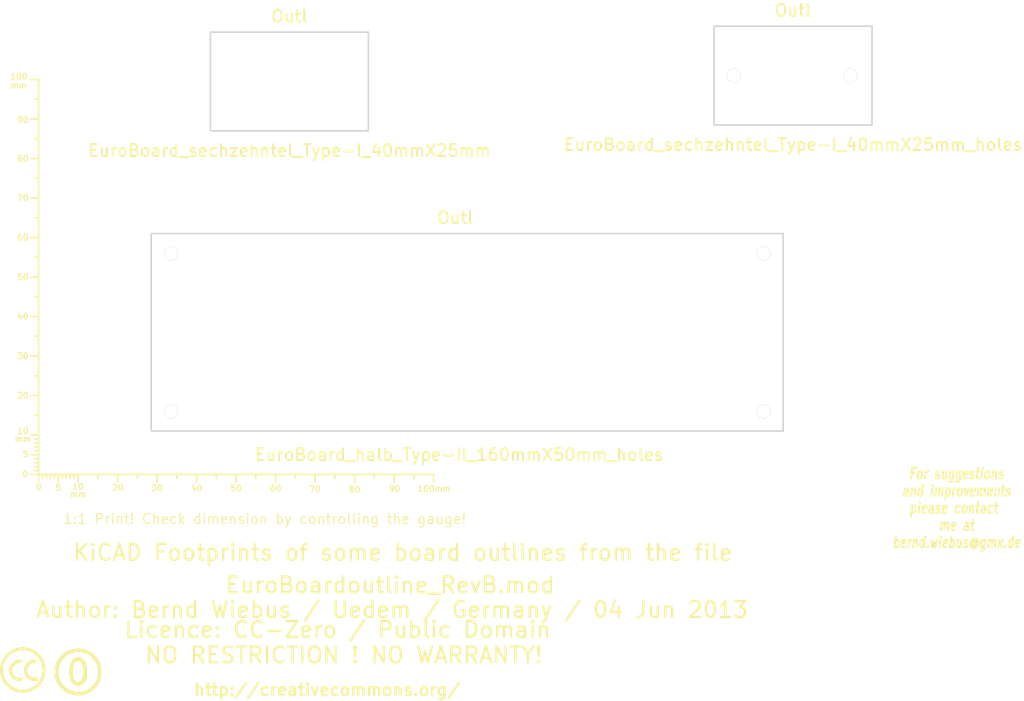
<source format=kicad_pcb>
(kicad_pcb (version 3) (host pcbnew "(2013-03-30 BZR 4007)-stable")

  (general
    (links 0)
    (no_connects 0)
    (area -16.90696 18.49676 289.893216 197.1694)
    (thickness 1.6002)
    (drawings 7)
    (tracks 0)
    (zones 0)
    (modules 6)
    (nets 1)
  )

  (page A4)
  (layers
    (15 Vorderseite signal)
    (0 Rückseite signal)
    (16 B.Adhes user)
    (17 F.Adhes user)
    (18 B.Paste user)
    (19 F.Paste user)
    (20 B.SilkS user)
    (21 F.SilkS user)
    (22 B.Mask user)
    (23 F.Mask user)
    (24 Dwgs.User user)
    (25 Cmts.User user)
    (26 Eco1.User user)
    (27 Eco2.User user)
    (28 Edge.Cuts user)
  )

  (setup
    (last_trace_width 0.2032)
    (trace_clearance 0.254)
    (zone_clearance 0.508)
    (zone_45_only no)
    (trace_min 0.2032)
    (segment_width 0.381)
    (edge_width 0.381)
    (via_size 0.889)
    (via_drill 0.635)
    (via_min_size 0.889)
    (via_min_drill 0.508)
    (uvia_size 0.508)
    (uvia_drill 0.127)
    (uvias_allowed no)
    (uvia_min_size 0.508)
    (uvia_min_drill 0.127)
    (pcb_text_width 0.3048)
    (pcb_text_size 1.524 2.032)
    (mod_edge_width 0.381)
    (mod_text_size 1.524 1.524)
    (mod_text_width 0.3048)
    (pad_size 1.524 1.524)
    (pad_drill 0.8128)
    (pad_to_mask_clearance 0.254)
    (aux_axis_origin 0 0)
    (visible_elements 7FFFFFFF)
    (pcbplotparams
      (layerselection 3178497)
      (usegerberextensions true)
      (excludeedgelayer true)
      (linewidth 60)
      (plotframeref false)
      (viasonmask false)
      (mode 1)
      (useauxorigin false)
      (hpglpennumber 1)
      (hpglpenspeed 20)
      (hpglpendiameter 15)
      (hpglpenoverlay 0)
      (psnegative false)
      (psa4output false)
      (plotreference true)
      (plotvalue true)
      (plotothertext true)
      (plotinvisibletext false)
      (padsonsilk false)
      (subtractmaskfromsilk false)
      (outputformat 1)
      (mirror false)
      (drillshape 1)
      (scaleselection 1)
      (outputdirectory ""))
  )

  (net 0 "")

  (net_class Default "Dies ist die voreingestellte Netzklasse."
    (clearance 0.254)
    (trace_width 0.2032)
    (via_dia 0.889)
    (via_drill 0.635)
    (uvia_dia 0.508)
    (uvia_drill 0.127)
    (add_net "")
  )

  (module Gauge_100mm_Type2_SilkScreenTop_RevA_Date22Jun2010 (layer Vorderseite) (tedit 4D963937) (tstamp 4D88F07A)
    (at 25 138)
    (descr "Gauge, Massstab, 100mm, SilkScreenTop, Type 2,")
    (tags "Gauge, Massstab, 100mm, SilkScreenTop, Type 2,")
    (path Gauge_100mm_Type2_SilkScreenTop_RevA_Date22Jun2010)
    (fp_text reference MSC (at 4.0005 8.99922) (layer F.SilkS) hide
      (effects (font (size 1.524 1.524) (thickness 0.3048)))
    )
    (fp_text value Gauge_100mm_Type2_SilkScreenTop_RevA_Date22Jun2010 (at 45.9994 8.99922) (layer F.SilkS) hide
      (effects (font (size 1.524 1.524) (thickness 0.3048)))
    )
    (fp_text user mm (at 9.99998 5.00126) (layer F.SilkS)
      (effects (font (size 1.524 1.524) (thickness 0.3048)))
    )
    (fp_text user mm (at -4.0005 -8.99922) (layer F.SilkS)
      (effects (font (size 1.524 1.524) (thickness 0.3048)))
    )
    (fp_text user mm (at -5.00126 -98.5012) (layer F.SilkS)
      (effects (font (size 1.524 1.524) (thickness 0.3048)))
    )
    (fp_text user 10 (at 10.00506 3.0988) (layer F.SilkS)
      (effects (font (size 1.50114 1.50114) (thickness 0.29972)))
    )
    (fp_text user 0 (at 0.00508 3.19786) (layer F.SilkS)
      (effects (font (size 1.39954 1.50114) (thickness 0.29972)))
    )
    (fp_text user 5 (at 5.0038 3.29946) (layer F.SilkS)
      (effects (font (size 1.50114 1.50114) (thickness 0.29972)))
    )
    (fp_text user 20 (at 20.1041 3.29946) (layer F.SilkS)
      (effects (font (size 1.50114 1.50114) (thickness 0.29972)))
    )
    (fp_text user 30 (at 30.00502 3.39852) (layer F.SilkS)
      (effects (font (size 1.50114 1.50114) (thickness 0.29972)))
    )
    (fp_text user 40 (at 40.005 3.50012) (layer F.SilkS)
      (effects (font (size 1.50114 1.50114) (thickness 0.29972)))
    )
    (fp_text user 50 (at 50.00498 3.50012) (layer F.SilkS)
      (effects (font (size 1.50114 1.50114) (thickness 0.29972)))
    )
    (fp_text user 60 (at 60.00496 3.50012) (layer F.SilkS)
      (effects (font (size 1.50114 1.50114) (thickness 0.29972)))
    )
    (fp_text user 70 (at 70.00494 3.70078) (layer F.SilkS)
      (effects (font (size 1.50114 1.50114) (thickness 0.29972)))
    )
    (fp_text user 80 (at 80.00492 3.79984) (layer F.SilkS)
      (effects (font (size 1.50114 1.50114) (thickness 0.29972)))
    )
    (fp_text user 90 (at 90.1065 3.60172) (layer F.SilkS)
      (effects (font (size 1.50114 1.50114) (thickness 0.29972)))
    )
    (fp_text user 100mm (at 100.10648 3.60172) (layer F.SilkS)
      (effects (font (size 1.50114 1.50114) (thickness 0.29972)))
    )
    (fp_line (start 0 -8.99922) (end -1.00076 -8.99922) (layer F.SilkS) (width 0.381))
    (fp_line (start 0 -8.001) (end -1.00076 -8.001) (layer F.SilkS) (width 0.381))
    (fp_line (start 0 -7.00024) (end -1.00076 -7.00024) (layer F.SilkS) (width 0.381))
    (fp_line (start 0 -5.99948) (end -1.00076 -5.99948) (layer F.SilkS) (width 0.381))
    (fp_line (start 0 -4.0005) (end -1.00076 -4.0005) (layer F.SilkS) (width 0.381))
    (fp_line (start 0 -2.99974) (end -1.00076 -2.99974) (layer F.SilkS) (width 0.381))
    (fp_line (start 0 -1.99898) (end -1.00076 -1.99898) (layer F.SilkS) (width 0.381))
    (fp_line (start 0 -1.00076) (end -1.00076 -1.00076) (layer F.SilkS) (width 0.381))
    (fp_line (start 0 0) (end -1.99898 0) (layer F.SilkS) (width 0.381))
    (fp_line (start 0 -5.00126) (end -1.99898 -5.00126) (layer F.SilkS) (width 0.381))
    (fp_line (start 0 -9.99998) (end -1.99898 -9.99998) (layer F.SilkS) (width 0.381))
    (fp_line (start 0 -15.00124) (end -1.00076 -15.00124) (layer F.SilkS) (width 0.381))
    (fp_line (start 0 -19.99996) (end -1.99898 -19.99996) (layer F.SilkS) (width 0.381))
    (fp_line (start 0 -25.00122) (end -1.00076 -25.00122) (layer F.SilkS) (width 0.381))
    (fp_line (start 0 -29.99994) (end -1.99898 -29.99994) (layer F.SilkS) (width 0.381))
    (fp_line (start 0 -35.0012) (end -1.00076 -35.0012) (layer F.SilkS) (width 0.381))
    (fp_line (start 0 -39.99992) (end -1.99898 -39.99992) (layer F.SilkS) (width 0.381))
    (fp_line (start 0 -45.00118) (end -1.00076 -45.00118) (layer F.SilkS) (width 0.381))
    (fp_line (start 0 -49.9999) (end -1.99898 -49.9999) (layer F.SilkS) (width 0.381))
    (fp_line (start 0 -55.00116) (end -1.00076 -55.00116) (layer F.SilkS) (width 0.381))
    (fp_line (start 0 -59.99988) (end -1.99898 -59.99988) (layer F.SilkS) (width 0.381))
    (fp_line (start 0 -65.00114) (end -1.00076 -65.00114) (layer F.SilkS) (width 0.381))
    (fp_line (start 0 -69.99986) (end -1.99898 -69.99986) (layer F.SilkS) (width 0.381))
    (fp_line (start 0 -75.00112) (end -1.00076 -75.00112) (layer F.SilkS) (width 0.381))
    (fp_line (start 0 -79.99984) (end -1.99898 -79.99984) (layer F.SilkS) (width 0.381))
    (fp_line (start 0 -85.0011) (end -1.00076 -85.0011) (layer F.SilkS) (width 0.381))
    (fp_line (start 0 -89.99982) (end -1.99898 -89.99982) (layer F.SilkS) (width 0.381))
    (fp_line (start 0 -95.00108) (end -1.00076 -95.00108) (layer F.SilkS) (width 0.381))
    (fp_line (start 0 0) (end 0 -99.9998) (layer F.SilkS) (width 0.381))
    (fp_line (start 0 -99.9998) (end -1.99898 -99.9998) (layer F.SilkS) (width 0.381))
    (fp_text user 100 (at -4.99872 -100.7491) (layer F.SilkS)
      (effects (font (size 1.50114 1.50114) (thickness 0.29972)))
    )
    (fp_text user 90 (at -4.0005 -89.7509) (layer F.SilkS)
      (effects (font (size 1.50114 1.50114) (thickness 0.29972)))
    )
    (fp_text user 80 (at -4.0005 -79.99984) (layer F.SilkS)
      (effects (font (size 1.50114 1.50114) (thickness 0.29972)))
    )
    (fp_text user 70 (at -4.0005 -69.99986) (layer F.SilkS)
      (effects (font (size 1.50114 1.50114) (thickness 0.29972)))
    )
    (fp_text user 60 (at -4.0005 -59.99988) (layer F.SilkS)
      (effects (font (size 1.50114 1.50114) (thickness 0.29972)))
    )
    (fp_text user 50 (at -4.0005 -49.9999) (layer F.SilkS)
      (effects (font (size 1.50114 1.50114) (thickness 0.34036)))
    )
    (fp_text user 40 (at -4.0005 -39.99992) (layer F.SilkS)
      (effects (font (size 1.50114 1.50114) (thickness 0.29972)))
    )
    (fp_text user 30 (at -4.0005 -29.99994) (layer F.SilkS)
      (effects (font (size 1.50114 1.50114) (thickness 0.29972)))
    )
    (fp_text user 20 (at -4.0005 -19.99996) (layer F.SilkS)
      (effects (font (size 1.50114 1.50114) (thickness 0.29972)))
    )
    (fp_line (start 95.00108 0) (end 95.00108 1.00076) (layer F.SilkS) (width 0.381))
    (fp_line (start 89.99982 0) (end 89.99982 1.99898) (layer F.SilkS) (width 0.381))
    (fp_line (start 85.0011 0) (end 85.0011 1.00076) (layer F.SilkS) (width 0.381))
    (fp_line (start 79.99984 0) (end 79.99984 1.99898) (layer F.SilkS) (width 0.381))
    (fp_line (start 75.00112 0) (end 75.00112 1.00076) (layer F.SilkS) (width 0.381))
    (fp_line (start 69.99986 0) (end 69.99986 1.99898) (layer F.SilkS) (width 0.381))
    (fp_line (start 65.00114 0) (end 65.00114 1.00076) (layer F.SilkS) (width 0.381))
    (fp_line (start 59.99988 0) (end 59.99988 1.99898) (layer F.SilkS) (width 0.381))
    (fp_line (start 55.00116 0) (end 55.00116 1.00076) (layer F.SilkS) (width 0.381))
    (fp_line (start 49.9999 0) (end 49.9999 1.99898) (layer F.SilkS) (width 0.381))
    (fp_line (start 45.00118 0) (end 45.00118 1.00076) (layer F.SilkS) (width 0.381))
    (fp_line (start 39.99992 0) (end 39.99992 1.99898) (layer F.SilkS) (width 0.381))
    (fp_line (start 35.0012 0) (end 35.0012 1.00076) (layer F.SilkS) (width 0.381))
    (fp_line (start 29.99994 0) (end 29.99994 1.99898) (layer F.SilkS) (width 0.381))
    (fp_line (start 25.00122 0) (end 25.00122 1.00076) (layer F.SilkS) (width 0.381))
    (fp_line (start 19.99996 0) (end 19.99996 1.99898) (layer F.SilkS) (width 0.381))
    (fp_line (start 15.00124 0) (end 15.00124 1.00076) (layer F.SilkS) (width 0.381))
    (fp_line (start 9.99998 0) (end 99.9998 0) (layer F.SilkS) (width 0.381))
    (fp_line (start 99.9998 0) (end 99.9998 1.99898) (layer F.SilkS) (width 0.381))
    (fp_text user 5 (at -3.302 -5.10286) (layer F.SilkS)
      (effects (font (size 1.50114 1.50114) (thickness 0.29972)))
    )
    (fp_text user 0 (at -3.4036 -0.10414) (layer F.SilkS)
      (effects (font (size 1.50114 1.50114) (thickness 0.29972)))
    )
    (fp_text user 10 (at -4.0005 -11.00074) (layer F.SilkS)
      (effects (font (size 1.50114 1.50114) (thickness 0.29972)))
    )
    (fp_line (start 8.99922 0) (end 8.99922 1.00076) (layer F.SilkS) (width 0.381))
    (fp_line (start 8.001 0) (end 8.001 1.00076) (layer F.SilkS) (width 0.381))
    (fp_line (start 7.00024 0) (end 7.00024 1.00076) (layer F.SilkS) (width 0.381))
    (fp_line (start 5.99948 0) (end 5.99948 1.00076) (layer F.SilkS) (width 0.381))
    (fp_line (start 4.0005 0) (end 4.0005 1.00076) (layer F.SilkS) (width 0.381))
    (fp_line (start 2.99974 0) (end 2.99974 1.00076) (layer F.SilkS) (width 0.381))
    (fp_line (start 1.99898 0) (end 1.99898 1.00076) (layer F.SilkS) (width 0.381))
    (fp_line (start 1.00076 0) (end 1.00076 1.00076) (layer F.SilkS) (width 0.381))
    (fp_line (start 5.00126 0) (end 5.00126 1.99898) (layer F.SilkS) (width 0.381))
    (fp_line (start 0 0) (end 0 1.99898) (layer F.SilkS) (width 0.381))
    (fp_line (start 0 0) (end 9.99998 0) (layer F.SilkS) (width 0.381))
    (fp_line (start 9.99998 0) (end 9.99998 1.99898) (layer F.SilkS) (width 0.381))
  )

  (module Symbol_CC-PublicDomain_SilkScreenTop_Big (layer Vorderseite) (tedit 515D641F) (tstamp 515F0B64)
    (at 35 188)
    (descr "Symbol, CC-PublicDomain, SilkScreen Top, Big,")
    (tags "Symbol, CC-PublicDomain, SilkScreen Top, Big,")
    (path Symbol_CC-Noncommercial_CopperTop_Big)
    (fp_text reference Sym (at 0.59944 -7.29996) (layer F.SilkS) hide
      (effects (font (size 1.524 1.524) (thickness 0.3048)))
    )
    (fp_text value Symbol_CC-PublicDomain_SilkScreenTop_Big (at 0.59944 8.001) (layer F.SilkS) hide
      (effects (font (size 1.524 1.524) (thickness 0.3048)))
    )
    (fp_circle (center 0 0) (end 5.8 -0.05) (layer F.SilkS) (width 0.381))
    (fp_circle (center 0 0) (end 5.5 0) (layer F.SilkS) (width 0.381))
    (fp_circle (center 0.05 0) (end 5.25 0) (layer F.SilkS) (width 0.381))
    (fp_line (start 1.1 -2.5) (end 1.4 -1.9) (layer F.SilkS) (width 0.381))
    (fp_line (start -1.8 1.2) (end -1.6 1.9) (layer F.SilkS) (width 0.381))
    (fp_line (start -1.6 1.9) (end -1.2 2.5) (layer F.SilkS) (width 0.381))
    (fp_line (start 0 -3) (end 0.75 -2.75) (layer F.SilkS) (width 0.381))
    (fp_line (start 0.75 -2.75) (end 1 -2.25) (layer F.SilkS) (width 0.381))
    (fp_line (start 1 -2.25) (end 1.5 -1) (layer F.SilkS) (width 0.381))
    (fp_line (start 1.5 -1) (end 1.5 -0.5) (layer F.SilkS) (width 0.381))
    (fp_line (start 1.5 -0.5) (end 1.5 0.5) (layer F.SilkS) (width 0.381))
    (fp_line (start 1.5 0.5) (end 1.25 1.5) (layer F.SilkS) (width 0.381))
    (fp_line (start 1.25 1.5) (end 0.75 2.5) (layer F.SilkS) (width 0.381))
    (fp_line (start 0.75 2.5) (end 0.25 2.75) (layer F.SilkS) (width 0.381))
    (fp_line (start 0.25 2.75) (end -0.25 2.75) (layer F.SilkS) (width 0.381))
    (fp_line (start -0.25 2.75) (end -0.75 2.5) (layer F.SilkS) (width 0.381))
    (fp_line (start -0.75 2.5) (end -1.25 1.75) (layer F.SilkS) (width 0.381))
    (fp_line (start -1.25 1.75) (end -1.5 0.75) (layer F.SilkS) (width 0.381))
    (fp_line (start -1.5 0.75) (end -1.5 -0.75) (layer F.SilkS) (width 0.381))
    (fp_line (start -1.5 -0.75) (end -1.25 -1.75) (layer F.SilkS) (width 0.381))
    (fp_line (start -1.25 -1.75) (end -1 -2.5) (layer F.SilkS) (width 0.381))
    (fp_line (start -1 -2.5) (end -0.3 -2.9) (layer F.SilkS) (width 0.381))
    (fp_line (start -0.3 -2.9) (end 0.2 -3) (layer F.SilkS) (width 0.381))
    (fp_line (start 0.2 -3) (end 0.8 -3) (layer F.SilkS) (width 0.381))
    (fp_line (start 0.8 -3) (end 1.4 -2.3) (layer F.SilkS) (width 0.381))
    (fp_line (start 1.4 -2.3) (end 1.6 -1.4) (layer F.SilkS) (width 0.381))
    (fp_line (start 1.6 -1.4) (end 1.7 -0.3) (layer F.SilkS) (width 0.381))
    (fp_line (start 1.7 -0.3) (end 1.7 0.9) (layer F.SilkS) (width 0.381))
    (fp_line (start 1.7 0.9) (end 1.4 1.8) (layer F.SilkS) (width 0.381))
    (fp_line (start 1.4 1.8) (end 1 2.7) (layer F.SilkS) (width 0.381))
    (fp_line (start 1 2.7) (end 0.5 3) (layer F.SilkS) (width 0.381))
    (fp_line (start 0.5 3) (end -0.4 3) (layer F.SilkS) (width 0.381))
    (fp_line (start -0.4 3) (end -1.3 2.3) (layer F.SilkS) (width 0.381))
    (fp_line (start -1.3 2.3) (end -1.7 1) (layer F.SilkS) (width 0.381))
    (fp_line (start -1.7 1) (end -1.8 -0.7) (layer F.SilkS) (width 0.381))
    (fp_line (start -1.8 -0.7) (end -1.4 -2.2) (layer F.SilkS) (width 0.381))
    (fp_line (start -1.4 -2.2) (end -1 -2.9) (layer F.SilkS) (width 0.381))
    (fp_line (start -1 -2.9) (end -0.2 -3.3) (layer F.SilkS) (width 0.381))
    (fp_line (start -0.2 -3.3) (end 0.7 -3.2) (layer F.SilkS) (width 0.381))
    (fp_line (start 0.7 -3.2) (end 1.3 -3.1) (layer F.SilkS) (width 0.381))
    (fp_line (start 1.3 -3.1) (end 1.7 -2.4) (layer F.SilkS) (width 0.381))
    (fp_line (start 1.7 -2.4) (end 2 -1.6) (layer F.SilkS) (width 0.381))
    (fp_line (start 2 -1.6) (end 2.1 -0.6) (layer F.SilkS) (width 0.381))
    (fp_line (start 2.1 -0.6) (end 2.1 0.3) (layer F.SilkS) (width 0.381))
    (fp_line (start 2.1 0.3) (end 2.1 1.3) (layer F.SilkS) (width 0.381))
    (fp_line (start 2.1 1.3) (end 1.9 1.8) (layer F.SilkS) (width 0.381))
    (fp_line (start 1.9 1.8) (end 1.5 2.6) (layer F.SilkS) (width 0.381))
    (fp_line (start 1.5 2.6) (end 1.1 3) (layer F.SilkS) (width 0.381))
    (fp_line (start 1.1 3) (end 0.4 3.3) (layer F.SilkS) (width 0.381))
    (fp_line (start 0.4 3.3) (end -0.1 3.4) (layer F.SilkS) (width 0.381))
    (fp_line (start -0.1 3.4) (end -0.8 3.2) (layer F.SilkS) (width 0.381))
    (fp_line (start -0.8 3.2) (end -1.5 2.6) (layer F.SilkS) (width 0.381))
    (fp_line (start -1.5 2.6) (end -1.9 1.7) (layer F.SilkS) (width 0.381))
    (fp_line (start -1.9 1.7) (end -2.1 0.4) (layer F.SilkS) (width 0.381))
    (fp_line (start -2.1 0.4) (end -2.1 -0.6) (layer F.SilkS) (width 0.381))
    (fp_line (start -2.1 -0.6) (end -2 -1.6) (layer F.SilkS) (width 0.381))
    (fp_line (start -2 -1.6) (end -1.7 -2.4) (layer F.SilkS) (width 0.381))
    (fp_line (start -1.7 -2.4) (end -1.2 -3.1) (layer F.SilkS) (width 0.381))
    (fp_line (start -1.2 -3.1) (end -0.4 -3.6) (layer F.SilkS) (width 0.381))
    (fp_line (start -0.4 -3.6) (end 0.4 -3.6) (layer F.SilkS) (width 0.381))
    (fp_line (start 0.4 -3.6) (end 1.1 -3.2) (layer F.SilkS) (width 0.381))
    (fp_line (start 1.1 -3.2) (end 1.1 -2.9) (layer F.SilkS) (width 0.381))
    (fp_line (start 1.1 -2.9) (end 1.8 -1.5) (layer F.SilkS) (width 0.381))
    (fp_line (start 1.8 -1.5) (end 1.8 -0.4) (layer F.SilkS) (width 0.381))
    (fp_line (start 1.8 -0.4) (end 1.8 1.1) (layer F.SilkS) (width 0.381))
    (fp_line (start 1.8 1.1) (end 1.2 2.6) (layer F.SilkS) (width 0.381))
    (fp_line (start 1.2 2.6) (end 0.2 3.2) (layer F.SilkS) (width 0.381))
    (fp_line (start 0.2 3.2) (end -0.5 3.2) (layer F.SilkS) (width 0.381))
    (fp_line (start -0.5 3.2) (end -1.1 2.7) (layer F.SilkS) (width 0.381))
    (fp_line (start -1.1 2.7) (end -1.9 0.6) (layer F.SilkS) (width 0.381))
    (fp_line (start -1.9 0.6) (end -1.7 -1.9) (layer F.SilkS) (width 0.381))
  )

  (module Symbol_CreativeCommons_SilkScreenTop_Type2_Big (layer Vorderseite) (tedit 515D640C) (tstamp 515F46B2)
    (at 21 187.5)
    (descr "Symbol, Creative Commons, SilkScreen Top, Type 2, Big,")
    (tags "Symbol, Creative Commons, SilkScreen Top, Type 2, Big,")
    (path Symbol_CreativeCommons_CopperTop_Type2_Big)
    (fp_text reference Sym (at 0.59944 -7.29996) (layer F.SilkS) hide
      (effects (font (size 1.524 1.524) (thickness 0.3048)))
    )
    (fp_text value Symbol_CreativeCommons_Typ2_SilkScreenTop_Big (at 0.59944 8.001) (layer F.SilkS) hide
      (effects (font (size 1.524 1.524) (thickness 0.3048)))
    )
    (fp_line (start -0.70104 2.70002) (end -0.29972 2.60096) (layer F.SilkS) (width 0.381))
    (fp_line (start -0.29972 2.60096) (end -0.20066 2.10058) (layer F.SilkS) (width 0.381))
    (fp_line (start -2.49936 -1.69926) (end -2.70002 -1.6002) (layer F.SilkS) (width 0.381))
    (fp_line (start -2.70002 -1.6002) (end -3.0988 -1.00076) (layer F.SilkS) (width 0.381))
    (fp_line (start -3.0988 -1.00076) (end -3.29946 -0.50038) (layer F.SilkS) (width 0.381))
    (fp_line (start -3.29946 -0.50038) (end -3.40106 0.39878) (layer F.SilkS) (width 0.381))
    (fp_line (start -3.40106 0.39878) (end -3.29946 0.89916) (layer F.SilkS) (width 0.381))
    (fp_line (start -0.19812 2.4003) (end -0.29718 2.59842) (layer F.SilkS) (width 0.381))
    (fp_line (start 3.70078 2.10058) (end 3.79984 2.4003) (layer F.SilkS) (width 0.381))
    (fp_line (start 2.99974 -2.4003) (end 3.29946 -2.30124) (layer F.SilkS) (width 0.381))
    (fp_line (start 3.29946 -2.30124) (end 3.0988 -1.99898) (layer F.SilkS) (width 0.381))
    (fp_line (start 0 -5.40004) (end -0.50038 -5.40004) (layer F.SilkS) (width 0.381))
    (fp_line (start -0.50038 -5.40004) (end -1.30048 -5.10032) (layer F.SilkS) (width 0.381))
    (fp_line (start -1.30048 -5.10032) (end -1.99898 -4.89966) (layer F.SilkS) (width 0.381))
    (fp_line (start -1.99898 -4.89966) (end -2.70002 -4.699) (layer F.SilkS) (width 0.381))
    (fp_line (start -2.70002 -4.699) (end -3.29946 -4.20116) (layer F.SilkS) (width 0.381))
    (fp_line (start -3.29946 -4.20116) (end -4.0005 -3.59918) (layer F.SilkS) (width 0.381))
    (fp_line (start -4.0005 -3.59918) (end -4.50088 -2.99974) (layer F.SilkS) (width 0.381))
    (fp_line (start -4.50088 -2.99974) (end -5.00126 -2.10058) (layer F.SilkS) (width 0.381))
    (fp_line (start -5.00126 -2.10058) (end -5.30098 -1.09982) (layer F.SilkS) (width 0.381))
    (fp_line (start -5.30098 -1.09982) (end -5.40004 0.09906) (layer F.SilkS) (width 0.381))
    (fp_line (start -5.40004 0.09906) (end -5.19938 1.30048) (layer F.SilkS) (width 0.381))
    (fp_line (start -5.19938 1.30048) (end -4.8006 2.4003) (layer F.SilkS) (width 0.381))
    (fp_line (start -4.8006 2.4003) (end -3.79984 3.8989) (layer F.SilkS) (width 0.381))
    (fp_line (start -3.79984 3.8989) (end -2.60096 4.8006) (layer F.SilkS) (width 0.381))
    (fp_line (start -2.60096 4.8006) (end -1.30048 5.30098) (layer F.SilkS) (width 0.381))
    (fp_line (start -1.30048 5.30098) (end 0.09906 5.30098) (layer F.SilkS) (width 0.381))
    (fp_line (start 0.09906 5.30098) (end 1.6002 5.19938) (layer F.SilkS) (width 0.381))
    (fp_line (start 1.6002 5.19938) (end 2.60096 4.699) (layer F.SilkS) (width 0.381))
    (fp_line (start 2.60096 4.699) (end 4.20116 3.40106) (layer F.SilkS) (width 0.381))
    (fp_line (start 4.20116 3.40106) (end 5.00126 1.80086) (layer F.SilkS) (width 0.381))
    (fp_line (start 5.00126 1.80086) (end 5.40004 0.29972) (layer F.SilkS) (width 0.381))
    (fp_line (start 5.40004 0.29972) (end 5.19938 -1.39954) (layer F.SilkS) (width 0.381))
    (fp_line (start 5.19938 -1.39954) (end 4.699 -2.49936) (layer F.SilkS) (width 0.381))
    (fp_line (start 4.699 -2.49936) (end 3.40106 -4.09956) (layer F.SilkS) (width 0.381))
    (fp_line (start 3.40106 -4.09956) (end 2.4003 -4.8006) (layer F.SilkS) (width 0.381))
    (fp_line (start 2.4003 -4.8006) (end 1.39954 -5.19938) (layer F.SilkS) (width 0.381))
    (fp_line (start 1.39954 -5.19938) (end 0 -5.30098) (layer F.SilkS) (width 0.381))
    (fp_line (start 0.60198 -0.70104) (end 0.50292 -0.20066) (layer F.SilkS) (width 0.381))
    (fp_line (start 0.50292 -0.20066) (end 0.50292 0.49784) (layer F.SilkS) (width 0.381))
    (fp_line (start 0.50292 0.49784) (end 0.60198 1.09982) (layer F.SilkS) (width 0.381))
    (fp_line (start 0.60198 1.09982) (end 1.00076 1.69926) (layer F.SilkS) (width 0.381))
    (fp_line (start 1.00076 1.69926) (end 1.50114 2.19964) (layer F.SilkS) (width 0.381))
    (fp_line (start 1.50114 2.19964) (end 2.10058 2.49936) (layer F.SilkS) (width 0.381))
    (fp_line (start 2.10058 2.49936) (end 2.60096 2.59842) (layer F.SilkS) (width 0.381))
    (fp_line (start 2.60096 2.59842) (end 3.00228 2.59842) (layer F.SilkS) (width 0.381))
    (fp_line (start 3.00228 2.59842) (end 3.40106 2.59842) (layer F.SilkS) (width 0.381))
    (fp_line (start 3.40106 2.59842) (end 3.80238 2.49936) (layer F.SilkS) (width 0.381))
    (fp_line (start 3.80238 2.49936) (end 3.70078 2.2987) (layer F.SilkS) (width 0.381))
    (fp_line (start 3.70078 2.2987) (end 2.80162 2.4003) (layer F.SilkS) (width 0.381))
    (fp_line (start 2.80162 2.4003) (end 1.80086 2.09804) (layer F.SilkS) (width 0.381))
    (fp_line (start 1.80086 2.09804) (end 1.20142 1.6002) (layer F.SilkS) (width 0.381))
    (fp_line (start 1.20142 1.6002) (end 0.80264 0.6985) (layer F.SilkS) (width 0.381))
    (fp_line (start 0.80264 0.6985) (end 0.70104 -0.29972) (layer F.SilkS) (width 0.381))
    (fp_line (start 0.70104 -0.29972) (end 1.00076 -1.00076) (layer F.SilkS) (width 0.381))
    (fp_line (start 1.00076 -1.00076) (end 1.60274 -1.7018) (layer F.SilkS) (width 0.381))
    (fp_line (start 1.60274 -1.7018) (end 2.30124 -2.10058) (layer F.SilkS) (width 0.381))
    (fp_line (start 2.30124 -2.10058) (end 3.00228 -2.10058) (layer F.SilkS) (width 0.381))
    (fp_line (start 3.00228 -2.10058) (end 3.10134 -1.89992) (layer F.SilkS) (width 0.381))
    (fp_line (start 3.10134 -1.89992) (end 2.5019 -1.89992) (layer F.SilkS) (width 0.381))
    (fp_line (start 2.5019 -1.89992) (end 1.80086 -1.6002) (layer F.SilkS) (width 0.381))
    (fp_line (start 1.80086 -1.6002) (end 1.30048 -1.00076) (layer F.SilkS) (width 0.381))
    (fp_line (start 1.30048 -1.00076) (end 1.00076 -0.40132) (layer F.SilkS) (width 0.381))
    (fp_line (start 1.00076 -0.40132) (end 1.00076 0.09906) (layer F.SilkS) (width 0.381))
    (fp_line (start 1.00076 0.09906) (end 1.00076 0.6985) (layer F.SilkS) (width 0.381))
    (fp_line (start 1.00076 0.6985) (end 1.30048 1.19888) (layer F.SilkS) (width 0.381))
    (fp_line (start 1.30048 1.19888) (end 1.7018 1.69926) (layer F.SilkS) (width 0.381))
    (fp_line (start 1.7018 1.69926) (end 2.30124 1.99898) (layer F.SilkS) (width 0.381))
    (fp_line (start 2.30124 1.99898) (end 2.90068 2.09804) (layer F.SilkS) (width 0.381))
    (fp_line (start 2.90068 2.09804) (end 3.40106 2.09804) (layer F.SilkS) (width 0.381))
    (fp_line (start 3.40106 2.09804) (end 3.70078 1.99898) (layer F.SilkS) (width 0.381))
    (fp_line (start 3.00228 -2.4003) (end 2.40284 -2.4003) (layer F.SilkS) (width 0.381))
    (fp_line (start 2.40284 -2.4003) (end 2.00152 -2.20218) (layer F.SilkS) (width 0.381))
    (fp_line (start 2.00152 -2.20218) (end 1.50114 -2.00152) (layer F.SilkS) (width 0.381))
    (fp_line (start 1.50114 -2.00152) (end 1.10236 -1.6002) (layer F.SilkS) (width 0.381))
    (fp_line (start 1.10236 -1.6002) (end 0.80264 -1.09982) (layer F.SilkS) (width 0.381))
    (fp_line (start 0.80264 -1.09982) (end 0.60198 -0.70104) (layer F.SilkS) (width 0.381))
    (fp_line (start -0.39878 -1.99898) (end -0.89916 -1.99898) (layer F.SilkS) (width 0.381))
    (fp_line (start -0.89916 -1.99898) (end -1.39954 -1.89738) (layer F.SilkS) (width 0.381))
    (fp_line (start -1.39954 -1.89738) (end -1.89992 -1.59766) (layer F.SilkS) (width 0.381))
    (fp_line (start -1.89992 -1.59766) (end -2.4003 -1.19888) (layer F.SilkS) (width 0.381))
    (fp_line (start -2.4003 -1.30048) (end -2.70002 -0.8001) (layer F.SilkS) (width 0.381))
    (fp_line (start -2.70002 -0.8001) (end -2.79908 -0.29972) (layer F.SilkS) (width 0.381))
    (fp_line (start -2.79908 -0.29972) (end -2.79908 0.20066) (layer F.SilkS) (width 0.381))
    (fp_line (start -2.79908 0.20066) (end -2.59842 1.00076) (layer F.SilkS) (width 0.381))
    (fp_line (start -2.69748 1.00076) (end -2.39776 1.39954) (layer F.SilkS) (width 0.381))
    (fp_line (start -2.29616 1.4986) (end -1.79578 1.89992) (layer F.SilkS) (width 0.381))
    (fp_line (start -1.79578 1.89992) (end -1.29794 2.09804) (layer F.SilkS) (width 0.381))
    (fp_line (start -1.29794 2.09804) (end -0.89662 2.19964) (layer F.SilkS) (width 0.381))
    (fp_line (start -0.89662 2.19964) (end -0.49784 2.19964) (layer F.SilkS) (width 0.381))
    (fp_line (start -0.49784 2.19964) (end -0.19812 2.09804) (layer F.SilkS) (width 0.381))
    (fp_line (start -0.19812 2.09804) (end -0.29718 2.4003) (layer F.SilkS) (width 0.381))
    (fp_line (start -0.29718 2.4003) (end -0.89662 2.49936) (layer F.SilkS) (width 0.381))
    (fp_line (start -0.89662 2.49936) (end -1.59766 2.2987) (layer F.SilkS) (width 0.381))
    (fp_line (start -1.59766 2.2987) (end -2.29616 1.79832) (layer F.SilkS) (width 0.381))
    (fp_line (start -2.29616 1.79832) (end -2.79654 1.29794) (layer F.SilkS) (width 0.381))
    (fp_line (start -2.79908 1.39954) (end -2.99974 0.70104) (layer F.SilkS) (width 0.381))
    (fp_line (start -2.99974 0.70104) (end -3.0988 0) (layer F.SilkS) (width 0.381))
    (fp_line (start -3.0988 0) (end -2.99974 -0.59944) (layer F.SilkS) (width 0.381))
    (fp_line (start -2.99974 -0.8001) (end -2.70002 -1.30048) (layer F.SilkS) (width 0.381))
    (fp_line (start -2.70002 -1.09982) (end -2.19964 -1.6002) (layer F.SilkS) (width 0.381))
    (fp_line (start -2.19964 -1.69926) (end -1.69926 -1.99898) (layer F.SilkS) (width 0.381))
    (fp_line (start -1.69926 -1.99898) (end -1.19888 -2.19964) (layer F.SilkS) (width 0.381))
    (fp_line (start -1.19888 -2.19964) (end -0.6985 -2.19964) (layer F.SilkS) (width 0.381))
    (fp_line (start -0.6985 -2.19964) (end -0.29972 -2.19964) (layer F.SilkS) (width 0.381))
    (fp_line (start -0.29972 -2.19964) (end -0.20066 -2.39776) (layer F.SilkS) (width 0.381))
    (fp_line (start -0.20066 -2.39776) (end -0.59944 -2.49936) (layer F.SilkS) (width 0.381))
    (fp_line (start -0.59944 -2.49936) (end -1.00076 -2.49936) (layer F.SilkS) (width 0.381))
    (fp_line (start -1.00076 -2.49936) (end -1.4986 -2.39776) (layer F.SilkS) (width 0.381))
    (fp_line (start -1.4986 -2.39776) (end -2.10058 -2.09804) (layer F.SilkS) (width 0.381))
    (fp_line (start -2.10058 -2.09804) (end -2.59842 -1.69926) (layer F.SilkS) (width 0.381))
    (fp_line (start -2.59842 -1.6002) (end -3.0988 -0.89916) (layer F.SilkS) (width 0.381))
    (fp_line (start -3.0988 -0.89916) (end -3.29946 -0.29972) (layer F.SilkS) (width 0.381))
    (fp_line (start -3.29946 -0.29972) (end -3.29946 0.40132) (layer F.SilkS) (width 0.381))
    (fp_line (start -3.29946 0.40132) (end -3.2004 1.00076) (layer F.SilkS) (width 0.381))
    (fp_line (start -3.29946 0.8001) (end -2.99974 1.39954) (layer F.SilkS) (width 0.381))
    (fp_line (start -2.89814 1.4986) (end -2.49682 1.99898) (layer F.SilkS) (width 0.381))
    (fp_line (start -2.49682 1.99898) (end -1.89738 2.4003) (layer F.SilkS) (width 0.381))
    (fp_line (start -1.89738 2.4003) (end -1.19634 2.59842) (layer F.SilkS) (width 0.381))
    (fp_line (start -1.19634 2.59842) (end -0.69596 2.70002) (layer F.SilkS) (width 0.381))
    (fp_line (start -2.9972 1.19888) (end -2.59842 1.19888) (layer F.SilkS) (width 0.381))
    (fp_circle (center 0 0) (end 5.08 1.016) (layer F.SilkS) (width 0.381))
    (fp_circle (center 0 0) (end 5.588 0) (layer F.SilkS) (width 0.381))
  )

  (module EuroBoard_halb_Type-II_160mmX50mm_holes (layer Vorderseite) (tedit 51AE1B3B) (tstamp 51AE2125)
    (at 53.5 127)
    (descr "Outline, Eurocard 1/2, Type II, 160x50mm, with holes 3,5mm,")
    (tags "Outline, Eurocard 1/2, Type II, 160x50mm, with holes 3,5mm,")
    (path EuroBoard-halb-100mmX80mm)
    (fp_text reference Outl (at 77.0001 -54.0004) (layer F.SilkS)
      (effects (font (size 2.99974 2.99974) (thickness 0.50038)))
    )
    (fp_text value EuroBoard_halb_Type-II_160mmX50mm_holes (at 78.00086 5.99948) (layer F.SilkS)
      (effects (font (size 3.00228 3.00228) (thickness 0.50038)))
    )
    (fp_line (start 0 0) (end 159.99968 0) (layer Edge.Cuts) (width 0.381))
    (fp_line (start 159.99968 0) (end 159.99968 -49.9999) (layer Edge.Cuts) (width 0.381))
    (fp_line (start 159.99968 -49.9999) (end 0 -49.9999) (layer Edge.Cuts) (width 0.381))
    (fp_line (start 0 -49.9999) (end 0 0) (layer Edge.Cuts) (width 0.381))
    (pad 1 thru_hole circle (at 5.00126 -5.00126) (size 3.50012 3.50012) (drill 3.50012)
      (layers *.Cu *.Mask F.SilkS)
    )
    (pad 2 thru_hole circle (at 5.00126 -45.00118) (size 3.50012 3.50012) (drill 3.50012)
      (layers *.Cu *.Mask F.SilkS)
    )
    (pad 3 thru_hole circle (at 155.00096 -45.00118) (size 3.50012 3.50012) (drill 3.50012)
      (layers *.Cu *.Mask F.SilkS)
    )
    (pad 4 thru_hole circle (at 155.00096 -5.00126) (size 3.50012 3.50012) (drill 3.50012)
      (layers *.Cu *.Mask F.SilkS)
    )
  )

  (module EuroBoard_sechzehntel_Type-I_40mmX25mm (layer Vorderseite) (tedit 51AE1B29) (tstamp 51AE22AF)
    (at 68.5 51)
    (descr "Outline, Eurocard 1/16, Type I,  40x25mm,")
    (tags "Outline, Eurocard 1/16, Type I, 40x25mm,")
    (fp_text reference Outl (at 19.99996 -28.99918) (layer F.SilkS)
      (effects (font (size 2.99974 2.99974) (thickness 0.50038)))
    )
    (fp_text value EuroBoard_sechzehntel_Type-I_40mmX25mm (at 19.99996 5.00126) (layer F.SilkS)
      (effects (font (size 3.00228 3.00228) (thickness 0.50038)))
    )
    (fp_line (start 39.99992 0) (end 39.99992 -25.00122) (layer Edge.Cuts) (width 0.381))
    (fp_line (start 39.99992 -25.00122) (end 0 -25.00122) (layer Edge.Cuts) (width 0.381))
    (fp_line (start 0 -25.00122) (end 0 0) (layer Edge.Cuts) (width 0.381))
    (fp_line (start 0 0) (end 39.99992 0) (layer Edge.Cuts) (width 0.381))
  )

  (module EuroBoard_sechzehntel_Type-I_40mmX25mm_holes (layer Vorderseite) (tedit 51AE1B32) (tstamp 51AE2374)
    (at 196 49.5)
    (descr "Outline, Eurocard 1/16, Type I,  40x25mm, with holes 3,5mm,")
    (tags "Outline, Eurocard 1/16, Type I, 40x25mm, with holes 3,5mm,")
    (fp_text reference Outl (at 19.99996 -28.99918) (layer F.SilkS)
      (effects (font (size 2.99974 2.99974) (thickness 0.50038)))
    )
    (fp_text value EuroBoard_sechzehntel_Type-I_40mmX25mm_holes (at 19.99996 5.00126) (layer F.SilkS)
      (effects (font (size 3.00228 3.00228) (thickness 0.50038)))
    )
    (fp_line (start 39.99992 0) (end 39.99992 -25.00122) (layer Edge.Cuts) (width 0.381))
    (fp_line (start 39.99992 -25.00122) (end 0 -25.00122) (layer Edge.Cuts) (width 0.381))
    (fp_line (start 0 -25.00122) (end 0 0) (layer Edge.Cuts) (width 0.381))
    (fp_line (start 0 0) (end 39.99992 0) (layer Edge.Cuts) (width 0.381))
    (pad 1 thru_hole circle (at 5.00126 -12.49934) (size 3.50012 3.50012) (drill 3.50012)
      (layers *.Cu *.Mask F.SilkS)
    )
    (pad 2 thru_hole circle (at 34.50082 -12.49934) (size 3.50012 3.50012) (drill 3.50012)
      (layers *.Cu *.Mask F.SilkS)
    )
  )

  (gr_text http://creativecommons.org/ (at 98 192.5) (layer F.SilkS)
    (effects (font (size 3 3) (thickness 0.6)))
  )
  (gr_text "For suggestions\nand improvements\nplease contact \nme at\nbernd.wiebus@gmx.de" (at 257.41884 146.4691) (layer F.SilkS)
    (effects (font (size 2.70002 1.99898) (thickness 0.50038) italic))
  )
  (gr_text "1:1 Print! Check dimension by controlling the gauge!" (at 82.24882 149.25014) (layer F.SilkS)
    (effects (font (size 2.49936 2.49936) (thickness 0.29972)))
  )
  (gr_text "Licence: CC-Zero / Public Domain \nNO RESTRICTION ! NO WARRANTY!" (at 102.2501 180.50064) (layer F.SilkS)
    (effects (font (size 4.0005 4.0005) (thickness 0.59944)))
  )
  (gr_text "Author: Bernd Wiebus / Uedem / Germany / 04 Jun 2013" (at 114.50012 172.24958) (layer F.SilkS)
    (effects (font (size 4.0005 4.0005) (thickness 0.59944)))
  )
  (gr_text EuroBoardoutline_RevB.mod (at 114.00028 165.9989) (layer F.SilkS)
    (effects (font (size 4.0005 4.0005) (thickness 0.59944)))
  )
  (gr_text "KiCAD Footprints of some board outlines from the file " (at 118.75008 157.74898) (layer F.SilkS)
    (effects (font (size 4.0005 4.0005) (thickness 0.59944)))
  )

)

</source>
